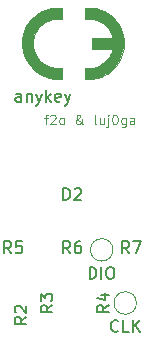
<source format=gto>
%TF.GenerationSoftware,KiCad,Pcbnew,5.1.6*%
%TF.CreationDate,2020-10-25T22:33:59+01:00*%
%TF.ProjectId,anykey,616e796b-6579-42e6-9b69-6361645f7063,rev?*%
%TF.SameCoordinates,Original*%
%TF.FileFunction,Legend,Top*%
%TF.FilePolarity,Positive*%
%FSLAX46Y46*%
G04 Gerber Fmt 4.6, Leading zero omitted, Abs format (unit mm)*
G04 Created by KiCad (PCBNEW 5.1.6) date 2020-10-25 22:33:59*
%MOMM*%
%LPD*%
G01*
G04 APERTURE LIST*
%ADD10C,0.120000*%
%ADD11C,0.150000*%
%ADD12C,0.010000*%
%ADD13C,1.600000*%
%ADD14C,4.100000*%
%ADD15C,2.300000*%
%ADD16R,1.100000X7.510000*%
%ADD17R,1.100000X6.510000*%
%ADD18R,0.700000X0.500000*%
G04 APERTURE END LIST*
D10*
X147633333Y-68328571D02*
X147938095Y-68328571D01*
X147747619Y-68861904D02*
X147747619Y-68176190D01*
X147785714Y-68100000D01*
X147861904Y-68061904D01*
X147938095Y-68061904D01*
X148166666Y-68138095D02*
X148204761Y-68100000D01*
X148280952Y-68061904D01*
X148471428Y-68061904D01*
X148547619Y-68100000D01*
X148585714Y-68138095D01*
X148623809Y-68214285D01*
X148623809Y-68290476D01*
X148585714Y-68404761D01*
X148128571Y-68861904D01*
X148623809Y-68861904D01*
X149080952Y-68861904D02*
X149004761Y-68823809D01*
X148966666Y-68785714D01*
X148928571Y-68709523D01*
X148928571Y-68480952D01*
X148966666Y-68404761D01*
X149004761Y-68366666D01*
X149080952Y-68328571D01*
X149195238Y-68328571D01*
X149271428Y-68366666D01*
X149309523Y-68404761D01*
X149347619Y-68480952D01*
X149347619Y-68709523D01*
X149309523Y-68785714D01*
X149271428Y-68823809D01*
X149195238Y-68861904D01*
X149080952Y-68861904D01*
X150947619Y-68861904D02*
X150909523Y-68861904D01*
X150833333Y-68823809D01*
X150719047Y-68709523D01*
X150528571Y-68480952D01*
X150452380Y-68366666D01*
X150414285Y-68252380D01*
X150414285Y-68176190D01*
X150452380Y-68100000D01*
X150528571Y-68061904D01*
X150566666Y-68061904D01*
X150642857Y-68100000D01*
X150680952Y-68176190D01*
X150680952Y-68214285D01*
X150642857Y-68290476D01*
X150604761Y-68328571D01*
X150376190Y-68480952D01*
X150338095Y-68519047D01*
X150300000Y-68595238D01*
X150300000Y-68709523D01*
X150338095Y-68785714D01*
X150376190Y-68823809D01*
X150452380Y-68861904D01*
X150566666Y-68861904D01*
X150642857Y-68823809D01*
X150680952Y-68785714D01*
X150795238Y-68633333D01*
X150833333Y-68519047D01*
X150833333Y-68442857D01*
X152014285Y-68861904D02*
X151938095Y-68823809D01*
X151900000Y-68747619D01*
X151900000Y-68061904D01*
X152661904Y-68328571D02*
X152661904Y-68861904D01*
X152319047Y-68328571D02*
X152319047Y-68747619D01*
X152357142Y-68823809D01*
X152433333Y-68861904D01*
X152547619Y-68861904D01*
X152623809Y-68823809D01*
X152661904Y-68785714D01*
X153042857Y-68328571D02*
X153042857Y-69014285D01*
X153004761Y-69090476D01*
X152928571Y-69128571D01*
X152890476Y-69128571D01*
X153042857Y-68061904D02*
X153004761Y-68100000D01*
X153042857Y-68138095D01*
X153080952Y-68100000D01*
X153042857Y-68061904D01*
X153042857Y-68138095D01*
X153576190Y-68061904D02*
X153652380Y-68061904D01*
X153728571Y-68100000D01*
X153766666Y-68138095D01*
X153804761Y-68214285D01*
X153842857Y-68366666D01*
X153842857Y-68557142D01*
X153804761Y-68709523D01*
X153766666Y-68785714D01*
X153728571Y-68823809D01*
X153652380Y-68861904D01*
X153576190Y-68861904D01*
X153500000Y-68823809D01*
X153461904Y-68785714D01*
X153423809Y-68709523D01*
X153385714Y-68557142D01*
X153385714Y-68366666D01*
X153423809Y-68214285D01*
X153461904Y-68138095D01*
X153500000Y-68100000D01*
X153576190Y-68061904D01*
X154528571Y-68328571D02*
X154528571Y-68976190D01*
X154490476Y-69052380D01*
X154452380Y-69090476D01*
X154376190Y-69128571D01*
X154261904Y-69128571D01*
X154185714Y-69090476D01*
X154528571Y-68823809D02*
X154452380Y-68861904D01*
X154300000Y-68861904D01*
X154223809Y-68823809D01*
X154185714Y-68785714D01*
X154147619Y-68709523D01*
X154147619Y-68480952D01*
X154185714Y-68404761D01*
X154223809Y-68366666D01*
X154300000Y-68328571D01*
X154452380Y-68328571D01*
X154528571Y-68366666D01*
X155252380Y-68861904D02*
X155252380Y-68442857D01*
X155214285Y-68366666D01*
X155138095Y-68328571D01*
X154985714Y-68328571D01*
X154909523Y-68366666D01*
X155252380Y-68823809D02*
X155176190Y-68861904D01*
X154985714Y-68861904D01*
X154909523Y-68823809D01*
X154871428Y-68747619D01*
X154871428Y-68671428D01*
X154909523Y-68595238D01*
X154985714Y-68557142D01*
X155176190Y-68557142D01*
X155252380Y-68519047D01*
D11*
X145666666Y-66952380D02*
X145666666Y-66428571D01*
X145619047Y-66333333D01*
X145523809Y-66285714D01*
X145333333Y-66285714D01*
X145238095Y-66333333D01*
X145666666Y-66904761D02*
X145571428Y-66952380D01*
X145333333Y-66952380D01*
X145238095Y-66904761D01*
X145190476Y-66809523D01*
X145190476Y-66714285D01*
X145238095Y-66619047D01*
X145333333Y-66571428D01*
X145571428Y-66571428D01*
X145666666Y-66523809D01*
X146142857Y-66285714D02*
X146142857Y-66952380D01*
X146142857Y-66380952D02*
X146190476Y-66333333D01*
X146285714Y-66285714D01*
X146428571Y-66285714D01*
X146523809Y-66333333D01*
X146571428Y-66428571D01*
X146571428Y-66952380D01*
X146952380Y-66285714D02*
X147190476Y-66952380D01*
X147428571Y-66285714D02*
X147190476Y-66952380D01*
X147095238Y-67190476D01*
X147047619Y-67238095D01*
X146952380Y-67285714D01*
X147809523Y-66952380D02*
X147809523Y-65952380D01*
X147904761Y-66571428D02*
X148190476Y-66952380D01*
X148190476Y-66285714D02*
X147809523Y-66666666D01*
X149000000Y-66904761D02*
X148904761Y-66952380D01*
X148714285Y-66952380D01*
X148619047Y-66904761D01*
X148571428Y-66809523D01*
X148571428Y-66428571D01*
X148619047Y-66333333D01*
X148714285Y-66285714D01*
X148904761Y-66285714D01*
X149000000Y-66333333D01*
X149047619Y-66428571D01*
X149047619Y-66523809D01*
X148571428Y-66619047D01*
X149380952Y-66285714D02*
X149619047Y-66952380D01*
X149857142Y-66285714D02*
X149619047Y-66952380D01*
X149523809Y-67190476D01*
X149476190Y-67238095D01*
X149380952Y-67285714D01*
X153904761Y-86357142D02*
X153857142Y-86404761D01*
X153714285Y-86452380D01*
X153619047Y-86452380D01*
X153476190Y-86404761D01*
X153380952Y-86309523D01*
X153333333Y-86214285D01*
X153285714Y-86023809D01*
X153285714Y-85880952D01*
X153333333Y-85690476D01*
X153380952Y-85595238D01*
X153476190Y-85500000D01*
X153619047Y-85452380D01*
X153714285Y-85452380D01*
X153857142Y-85500000D01*
X153904761Y-85547619D01*
X154809523Y-86452380D02*
X154333333Y-86452380D01*
X154333333Y-85452380D01*
X155142857Y-86452380D02*
X155142857Y-85452380D01*
X155714285Y-86452380D02*
X155285714Y-85880952D01*
X155714285Y-85452380D02*
X155142857Y-86023809D01*
X151476190Y-81952380D02*
X151476190Y-80952380D01*
X151714285Y-80952380D01*
X151857142Y-81000000D01*
X151952380Y-81095238D01*
X152000000Y-81190476D01*
X152047619Y-81380952D01*
X152047619Y-81523809D01*
X152000000Y-81714285D01*
X151952380Y-81809523D01*
X151857142Y-81904761D01*
X151714285Y-81952380D01*
X151476190Y-81952380D01*
X152476190Y-81952380D02*
X152476190Y-80952380D01*
X153142857Y-80952380D02*
X153333333Y-80952380D01*
X153428571Y-81000000D01*
X153523809Y-81095238D01*
X153571428Y-81285714D01*
X153571428Y-81619047D01*
X153523809Y-81809523D01*
X153428571Y-81904761D01*
X153333333Y-81952380D01*
X153142857Y-81952380D01*
X153047619Y-81904761D01*
X152952380Y-81809523D01*
X152904761Y-81619047D01*
X152904761Y-81285714D01*
X152952380Y-81095238D01*
X153047619Y-81000000D01*
X153142857Y-80952380D01*
D12*
%TO.C,C3*%
G36*
X151061335Y-59916406D02*
G01*
X151355685Y-59916695D01*
X151457660Y-59917120D01*
X151538315Y-59918408D01*
X151602782Y-59920914D01*
X151656194Y-59924996D01*
X151703682Y-59931008D01*
X151750381Y-59939308D01*
X151784281Y-59946436D01*
X152014121Y-60009754D01*
X152233438Y-60096012D01*
X152440469Y-60204009D01*
X152633450Y-60332544D01*
X152810621Y-60480418D01*
X152970217Y-60646430D01*
X153110477Y-60829379D01*
X153135116Y-60866449D01*
X153186914Y-60953402D01*
X153239815Y-61054820D01*
X153290834Y-61163866D01*
X153336988Y-61273702D01*
X153375295Y-61377488D01*
X153402772Y-61468388D01*
X153408866Y-61493984D01*
X153418231Y-61536979D01*
X151656649Y-61536979D01*
X151656649Y-62476250D01*
X153418231Y-62476250D01*
X153408866Y-62519244D01*
X153383806Y-62610611D01*
X153346318Y-62716469D01*
X153299485Y-62829878D01*
X153246388Y-62943892D01*
X153190110Y-63051569D01*
X153133734Y-63145967D01*
X153124278Y-63160319D01*
X152980536Y-63351791D01*
X152819337Y-63523630D01*
X152641680Y-63675163D01*
X152448561Y-63805719D01*
X152240979Y-63914624D01*
X152019932Y-64001206D01*
X151786415Y-64064794D01*
X151780714Y-64066021D01*
X151728132Y-64076622D01*
X151679712Y-64084513D01*
X151630061Y-64090078D01*
X151573789Y-64093702D01*
X151505502Y-64095769D01*
X151419811Y-64096664D01*
X151349071Y-64096799D01*
X151061337Y-64096776D01*
X151061337Y-65029479D01*
X151349071Y-65027762D01*
X151441046Y-65026709D01*
X151530779Y-65024766D01*
X151612512Y-65022126D01*
X151680491Y-65018981D01*
X151728959Y-65015526D01*
X151736024Y-65014789D01*
X151961433Y-64978594D01*
X152193284Y-64921376D01*
X152425245Y-64845284D01*
X152650985Y-64752465D01*
X152864171Y-64645068D01*
X152919973Y-64613135D01*
X153083514Y-64507667D01*
X153249456Y-64383545D01*
X153411243Y-64246431D01*
X153562320Y-64101982D01*
X153696130Y-63955859D01*
X153732677Y-63911607D01*
X153893997Y-63690012D01*
X154035322Y-63452378D01*
X154155645Y-63201089D01*
X154253959Y-62938532D01*
X154329258Y-62667092D01*
X154380535Y-62389155D01*
X154383080Y-62370416D01*
X154390029Y-62298751D01*
X154394962Y-62208046D01*
X154397878Y-62104923D01*
X154398775Y-61996009D01*
X154397651Y-61887925D01*
X154394504Y-61787298D01*
X154389332Y-61700752D01*
X154383287Y-61642812D01*
X154331331Y-61357894D01*
X154256101Y-61082354D01*
X154158279Y-60817809D01*
X154038549Y-60565877D01*
X153897594Y-60328177D01*
X153736097Y-60106325D01*
X153732677Y-60102079D01*
X153552390Y-59899121D01*
X153353248Y-59712656D01*
X153137697Y-59544214D01*
X152908185Y-59395325D01*
X152667161Y-59267517D01*
X152417070Y-59162322D01*
X152160361Y-59081267D01*
X152060051Y-59056769D01*
X151936140Y-59030938D01*
X151820970Y-59011592D01*
X151707150Y-58997981D01*
X151587285Y-58989356D01*
X151453983Y-58984968D01*
X151342457Y-58984008D01*
X151061337Y-58983750D01*
X151061335Y-59916406D01*
G37*
X151061335Y-59916406D02*
X151355685Y-59916695D01*
X151457660Y-59917120D01*
X151538315Y-59918408D01*
X151602782Y-59920914D01*
X151656194Y-59924996D01*
X151703682Y-59931008D01*
X151750381Y-59939308D01*
X151784281Y-59946436D01*
X152014121Y-60009754D01*
X152233438Y-60096012D01*
X152440469Y-60204009D01*
X152633450Y-60332544D01*
X152810621Y-60480418D01*
X152970217Y-60646430D01*
X153110477Y-60829379D01*
X153135116Y-60866449D01*
X153186914Y-60953402D01*
X153239815Y-61054820D01*
X153290834Y-61163866D01*
X153336988Y-61273702D01*
X153375295Y-61377488D01*
X153402772Y-61468388D01*
X153408866Y-61493984D01*
X153418231Y-61536979D01*
X151656649Y-61536979D01*
X151656649Y-62476250D01*
X153418231Y-62476250D01*
X153408866Y-62519244D01*
X153383806Y-62610611D01*
X153346318Y-62716469D01*
X153299485Y-62829878D01*
X153246388Y-62943892D01*
X153190110Y-63051569D01*
X153133734Y-63145967D01*
X153124278Y-63160319D01*
X152980536Y-63351791D01*
X152819337Y-63523630D01*
X152641680Y-63675163D01*
X152448561Y-63805719D01*
X152240979Y-63914624D01*
X152019932Y-64001206D01*
X151786415Y-64064794D01*
X151780714Y-64066021D01*
X151728132Y-64076622D01*
X151679712Y-64084513D01*
X151630061Y-64090078D01*
X151573789Y-64093702D01*
X151505502Y-64095769D01*
X151419811Y-64096664D01*
X151349071Y-64096799D01*
X151061337Y-64096776D01*
X151061337Y-65029479D01*
X151349071Y-65027762D01*
X151441046Y-65026709D01*
X151530779Y-65024766D01*
X151612512Y-65022126D01*
X151680491Y-65018981D01*
X151728959Y-65015526D01*
X151736024Y-65014789D01*
X151961433Y-64978594D01*
X152193284Y-64921376D01*
X152425245Y-64845284D01*
X152650985Y-64752465D01*
X152864171Y-64645068D01*
X152919973Y-64613135D01*
X153083514Y-64507667D01*
X153249456Y-64383545D01*
X153411243Y-64246431D01*
X153562320Y-64101982D01*
X153696130Y-63955859D01*
X153732677Y-63911607D01*
X153893997Y-63690012D01*
X154035322Y-63452378D01*
X154155645Y-63201089D01*
X154253959Y-62938532D01*
X154329258Y-62667092D01*
X154380535Y-62389155D01*
X154383080Y-62370416D01*
X154390029Y-62298751D01*
X154394962Y-62208046D01*
X154397878Y-62104923D01*
X154398775Y-61996009D01*
X154397651Y-61887925D01*
X154394504Y-61787298D01*
X154389332Y-61700752D01*
X154383287Y-61642812D01*
X154331331Y-61357894D01*
X154256101Y-61082354D01*
X154158279Y-60817809D01*
X154038549Y-60565877D01*
X153897594Y-60328177D01*
X153736097Y-60106325D01*
X153732677Y-60102079D01*
X153552390Y-59899121D01*
X153353248Y-59712656D01*
X153137697Y-59544214D01*
X152908185Y-59395325D01*
X152667161Y-59267517D01*
X152417070Y-59162322D01*
X152160361Y-59081267D01*
X152060051Y-59056769D01*
X151936140Y-59030938D01*
X151820970Y-59011592D01*
X151707150Y-58997981D01*
X151587285Y-58989356D01*
X151453983Y-58984968D01*
X151342457Y-58984008D01*
X151061337Y-58983750D01*
X151061335Y-59916406D01*
G36*
X148939187Y-58984315D02*
G01*
X149003670Y-58985975D01*
X149050303Y-58988945D01*
X149070651Y-58992088D01*
X149100417Y-59000065D01*
X149100417Y-59920530D01*
X148890881Y-59913259D01*
X148681047Y-59913523D01*
X148486859Y-59930382D01*
X148302420Y-59965075D01*
X148121832Y-60018839D01*
X147939197Y-60092911D01*
X147863489Y-60128879D01*
X147682938Y-60227977D01*
X147520298Y-60339326D01*
X147367901Y-60468408D01*
X147308622Y-60525705D01*
X147151985Y-60700861D01*
X147016473Y-60891520D01*
X146902766Y-61096394D01*
X146811544Y-61314193D01*
X146743485Y-61543629D01*
X146723326Y-61636197D01*
X146711177Y-61720244D01*
X146703066Y-61823234D01*
X146698985Y-61937965D01*
X146698926Y-62057234D01*
X146702884Y-62173837D01*
X146710851Y-62280571D01*
X146722819Y-62370233D01*
X146724057Y-62377031D01*
X146779911Y-62605759D01*
X146859299Y-62823965D01*
X146960931Y-63030177D01*
X147083522Y-63222928D01*
X147225781Y-63400748D01*
X147386421Y-63562168D01*
X147564155Y-63705719D01*
X147757693Y-63829931D01*
X147965748Y-63933336D01*
X148149237Y-64002535D01*
X148252377Y-64034118D01*
X148347107Y-64058129D01*
X148439870Y-64075463D01*
X148537106Y-64087016D01*
X148645258Y-64093680D01*
X148770767Y-64096352D01*
X148825911Y-64096504D01*
X149100417Y-64096186D01*
X149100417Y-65013164D01*
X149070651Y-65021141D01*
X149045251Y-65024138D01*
X148998256Y-65026203D01*
X148934510Y-65027382D01*
X148858858Y-65027723D01*
X148776146Y-65027274D01*
X148691217Y-65026083D01*
X148608917Y-65024197D01*
X148534091Y-65021663D01*
X148471583Y-65018531D01*
X148426238Y-65014847D01*
X148425729Y-65014789D01*
X148312729Y-64998341D01*
X148185128Y-64973706D01*
X148052662Y-64943083D01*
X147925066Y-64908667D01*
X147843984Y-64883536D01*
X147579447Y-64782498D01*
X147328723Y-64659513D01*
X147092805Y-64515777D01*
X146872680Y-64352487D01*
X146669340Y-64170838D01*
X146483773Y-63972026D01*
X146316970Y-63757247D01*
X146169921Y-63527698D01*
X146043615Y-63284573D01*
X145939042Y-63029070D01*
X145857192Y-62762383D01*
X145799055Y-62485709D01*
X145785838Y-62396875D01*
X145777382Y-62312107D01*
X145771563Y-62208118D01*
X145768382Y-62092009D01*
X145767839Y-61970887D01*
X145769934Y-61851854D01*
X145774666Y-61742014D01*
X145782037Y-61648472D01*
X145785838Y-61616354D01*
X145836759Y-61333706D01*
X145912205Y-61060614D01*
X146011919Y-60797714D01*
X146135646Y-60545637D01*
X146283128Y-60305017D01*
X146361952Y-60194218D01*
X146540230Y-59976723D01*
X146736233Y-59778344D01*
X146948598Y-59599882D01*
X147175959Y-59442133D01*
X147416953Y-59305897D01*
X147670213Y-59191971D01*
X147934377Y-59101153D01*
X148208079Y-59034241D01*
X148398880Y-59002813D01*
X148451354Y-58997490D01*
X148520218Y-58992930D01*
X148600581Y-58989212D01*
X148687550Y-58986413D01*
X148776236Y-58984612D01*
X148861745Y-58983887D01*
X148939187Y-58984315D01*
G37*
X148939187Y-58984315D02*
X149003670Y-58985975D01*
X149050303Y-58988945D01*
X149070651Y-58992088D01*
X149100417Y-59000065D01*
X149100417Y-59920530D01*
X148890881Y-59913259D01*
X148681047Y-59913523D01*
X148486859Y-59930382D01*
X148302420Y-59965075D01*
X148121832Y-60018839D01*
X147939197Y-60092911D01*
X147863489Y-60128879D01*
X147682938Y-60227977D01*
X147520298Y-60339326D01*
X147367901Y-60468408D01*
X147308622Y-60525705D01*
X147151985Y-60700861D01*
X147016473Y-60891520D01*
X146902766Y-61096394D01*
X146811544Y-61314193D01*
X146743485Y-61543629D01*
X146723326Y-61636197D01*
X146711177Y-61720244D01*
X146703066Y-61823234D01*
X146698985Y-61937965D01*
X146698926Y-62057234D01*
X146702884Y-62173837D01*
X146710851Y-62280571D01*
X146722819Y-62370233D01*
X146724057Y-62377031D01*
X146779911Y-62605759D01*
X146859299Y-62823965D01*
X146960931Y-63030177D01*
X147083522Y-63222928D01*
X147225781Y-63400748D01*
X147386421Y-63562168D01*
X147564155Y-63705719D01*
X147757693Y-63829931D01*
X147965748Y-63933336D01*
X148149237Y-64002535D01*
X148252377Y-64034118D01*
X148347107Y-64058129D01*
X148439870Y-64075463D01*
X148537106Y-64087016D01*
X148645258Y-64093680D01*
X148770767Y-64096352D01*
X148825911Y-64096504D01*
X149100417Y-64096186D01*
X149100417Y-65013164D01*
X149070651Y-65021141D01*
X149045251Y-65024138D01*
X148998256Y-65026203D01*
X148934510Y-65027382D01*
X148858858Y-65027723D01*
X148776146Y-65027274D01*
X148691217Y-65026083D01*
X148608917Y-65024197D01*
X148534091Y-65021663D01*
X148471583Y-65018531D01*
X148426238Y-65014847D01*
X148425729Y-65014789D01*
X148312729Y-64998341D01*
X148185128Y-64973706D01*
X148052662Y-64943083D01*
X147925066Y-64908667D01*
X147843984Y-64883536D01*
X147579447Y-64782498D01*
X147328723Y-64659513D01*
X147092805Y-64515777D01*
X146872680Y-64352487D01*
X146669340Y-64170838D01*
X146483773Y-63972026D01*
X146316970Y-63757247D01*
X146169921Y-63527698D01*
X146043615Y-63284573D01*
X145939042Y-63029070D01*
X145857192Y-62762383D01*
X145799055Y-62485709D01*
X145785838Y-62396875D01*
X145777382Y-62312107D01*
X145771563Y-62208118D01*
X145768382Y-62092009D01*
X145767839Y-61970887D01*
X145769934Y-61851854D01*
X145774666Y-61742014D01*
X145782037Y-61648472D01*
X145785838Y-61616354D01*
X145836759Y-61333706D01*
X145912205Y-61060614D01*
X146011919Y-60797714D01*
X146135646Y-60545637D01*
X146283128Y-60305017D01*
X146361952Y-60194218D01*
X146540230Y-59976723D01*
X146736233Y-59778344D01*
X146948598Y-59599882D01*
X147175959Y-59442133D01*
X147416953Y-59305897D01*
X147670213Y-59191971D01*
X147934377Y-59101153D01*
X148208079Y-59034241D01*
X148398880Y-59002813D01*
X148451354Y-58997490D01*
X148520218Y-58992930D01*
X148600581Y-58989212D01*
X148687550Y-58986413D01*
X148776236Y-58984612D01*
X148861745Y-58983887D01*
X148939187Y-58984315D01*
D10*
%TO.C,TP2*%
X155450000Y-84000000D02*
G75*
G03*
X155450000Y-84000000I-950000J0D01*
G01*
%TO.C,TP1*%
X153450000Y-79500000D02*
G75*
G03*
X153450000Y-79500000I-950000J0D01*
G01*
%TO.C,R7*%
D11*
X154833333Y-79782380D02*
X154500000Y-79306190D01*
X154261904Y-79782380D02*
X154261904Y-78782380D01*
X154642857Y-78782380D01*
X154738095Y-78830000D01*
X154785714Y-78877619D01*
X154833333Y-78972857D01*
X154833333Y-79115714D01*
X154785714Y-79210952D01*
X154738095Y-79258571D01*
X154642857Y-79306190D01*
X154261904Y-79306190D01*
X155166666Y-78782380D02*
X155833333Y-78782380D01*
X155404761Y-79782380D01*
%TO.C,R6*%
X149833333Y-79782380D02*
X149500000Y-79306190D01*
X149261904Y-79782380D02*
X149261904Y-78782380D01*
X149642857Y-78782380D01*
X149738095Y-78830000D01*
X149785714Y-78877619D01*
X149833333Y-78972857D01*
X149833333Y-79115714D01*
X149785714Y-79210952D01*
X149738095Y-79258571D01*
X149642857Y-79306190D01*
X149261904Y-79306190D01*
X150690476Y-78782380D02*
X150500000Y-78782380D01*
X150404761Y-78830000D01*
X150357142Y-78877619D01*
X150261904Y-79020476D01*
X150214285Y-79210952D01*
X150214285Y-79591904D01*
X150261904Y-79687142D01*
X150309523Y-79734761D01*
X150404761Y-79782380D01*
X150595238Y-79782380D01*
X150690476Y-79734761D01*
X150738095Y-79687142D01*
X150785714Y-79591904D01*
X150785714Y-79353809D01*
X150738095Y-79258571D01*
X150690476Y-79210952D01*
X150595238Y-79163333D01*
X150404761Y-79163333D01*
X150309523Y-79210952D01*
X150261904Y-79258571D01*
X150214285Y-79353809D01*
%TO.C,R5*%
X144833333Y-79782380D02*
X144500000Y-79306190D01*
X144261904Y-79782380D02*
X144261904Y-78782380D01*
X144642857Y-78782380D01*
X144738095Y-78830000D01*
X144785714Y-78877619D01*
X144833333Y-78972857D01*
X144833333Y-79115714D01*
X144785714Y-79210952D01*
X144738095Y-79258571D01*
X144642857Y-79306190D01*
X144261904Y-79306190D01*
X145738095Y-78782380D02*
X145261904Y-78782380D01*
X145214285Y-79258571D01*
X145261904Y-79210952D01*
X145357142Y-79163333D01*
X145595238Y-79163333D01*
X145690476Y-79210952D01*
X145738095Y-79258571D01*
X145785714Y-79353809D01*
X145785714Y-79591904D01*
X145738095Y-79687142D01*
X145690476Y-79734761D01*
X145595238Y-79782380D01*
X145357142Y-79782380D01*
X145261904Y-79734761D01*
X145214285Y-79687142D01*
%TO.C,R4*%
X153122380Y-84166666D02*
X152646190Y-84500000D01*
X153122380Y-84738095D02*
X152122380Y-84738095D01*
X152122380Y-84357142D01*
X152170000Y-84261904D01*
X152217619Y-84214285D01*
X152312857Y-84166666D01*
X152455714Y-84166666D01*
X152550952Y-84214285D01*
X152598571Y-84261904D01*
X152646190Y-84357142D01*
X152646190Y-84738095D01*
X152455714Y-83309523D02*
X153122380Y-83309523D01*
X152074761Y-83547619D02*
X152789047Y-83785714D01*
X152789047Y-83166666D01*
%TO.C,R3*%
X148322380Y-84166666D02*
X147846190Y-84500000D01*
X148322380Y-84738095D02*
X147322380Y-84738095D01*
X147322380Y-84357142D01*
X147370000Y-84261904D01*
X147417619Y-84214285D01*
X147512857Y-84166666D01*
X147655714Y-84166666D01*
X147750952Y-84214285D01*
X147798571Y-84261904D01*
X147846190Y-84357142D01*
X147846190Y-84738095D01*
X147322380Y-83833333D02*
X147322380Y-83214285D01*
X147703333Y-83547619D01*
X147703333Y-83404761D01*
X147750952Y-83309523D01*
X147798571Y-83261904D01*
X147893809Y-83214285D01*
X148131904Y-83214285D01*
X148227142Y-83261904D01*
X148274761Y-83309523D01*
X148322380Y-83404761D01*
X148322380Y-83690476D01*
X148274761Y-83785714D01*
X148227142Y-83833333D01*
%TO.C,R2*%
X146122380Y-85166666D02*
X145646190Y-85500000D01*
X146122380Y-85738095D02*
X145122380Y-85738095D01*
X145122380Y-85357142D01*
X145170000Y-85261904D01*
X145217619Y-85214285D01*
X145312857Y-85166666D01*
X145455714Y-85166666D01*
X145550952Y-85214285D01*
X145598571Y-85261904D01*
X145646190Y-85357142D01*
X145646190Y-85738095D01*
X145217619Y-84785714D02*
X145170000Y-84738095D01*
X145122380Y-84642857D01*
X145122380Y-84404761D01*
X145170000Y-84309523D01*
X145217619Y-84261904D01*
X145312857Y-84214285D01*
X145408095Y-84214285D01*
X145550952Y-84261904D01*
X146122380Y-84833333D01*
X146122380Y-84214285D01*
%TO.C,D2*%
X149261904Y-75282380D02*
X149261904Y-74282380D01*
X149500000Y-74282380D01*
X149642857Y-74330000D01*
X149738095Y-74425238D01*
X149785714Y-74520476D01*
X149833333Y-74710952D01*
X149833333Y-74853809D01*
X149785714Y-75044285D01*
X149738095Y-75139523D01*
X149642857Y-75234761D01*
X149500000Y-75282380D01*
X149261904Y-75282380D01*
X150214285Y-74377619D02*
X150261904Y-74330000D01*
X150357142Y-74282380D01*
X150595238Y-74282380D01*
X150690476Y-74330000D01*
X150738095Y-74377619D01*
X150785714Y-74472857D01*
X150785714Y-74568095D01*
X150738095Y-74710952D01*
X150166666Y-75282380D01*
X150785714Y-75282380D01*
%TD*%
%LPC*%
D13*
%TO.C,TP2*%
X154500000Y-84000000D03*
%TD*%
%TO.C,TP1*%
X152500000Y-79500000D03*
%TD*%
D14*
%TO.C,SW1*%
X150000000Y-71500000D03*
D15*
X146190000Y-68960000D03*
X152540000Y-66420000D03*
%TD*%
%TO.C,R7*%
G36*
G01*
X155140000Y-80697500D02*
X155140000Y-80302500D01*
G75*
G02*
X155312500Y-80130000I172500J0D01*
G01*
X155657500Y-80130000D01*
G75*
G02*
X155830000Y-80302500I0J-172500D01*
G01*
X155830000Y-80697500D01*
G75*
G02*
X155657500Y-80870000I-172500J0D01*
G01*
X155312500Y-80870000D01*
G75*
G02*
X155140000Y-80697500I0J172500D01*
G01*
G37*
G36*
G01*
X154170000Y-80697500D02*
X154170000Y-80302500D01*
G75*
G02*
X154342500Y-80130000I172500J0D01*
G01*
X154687500Y-80130000D01*
G75*
G02*
X154860000Y-80302500I0J-172500D01*
G01*
X154860000Y-80697500D01*
G75*
G02*
X154687500Y-80870000I-172500J0D01*
G01*
X154342500Y-80870000D01*
G75*
G02*
X154170000Y-80697500I0J172500D01*
G01*
G37*
%TD*%
%TO.C,R6*%
G36*
G01*
X150140000Y-80697500D02*
X150140000Y-80302500D01*
G75*
G02*
X150312500Y-80130000I172500J0D01*
G01*
X150657500Y-80130000D01*
G75*
G02*
X150830000Y-80302500I0J-172500D01*
G01*
X150830000Y-80697500D01*
G75*
G02*
X150657500Y-80870000I-172500J0D01*
G01*
X150312500Y-80870000D01*
G75*
G02*
X150140000Y-80697500I0J172500D01*
G01*
G37*
G36*
G01*
X149170000Y-80697500D02*
X149170000Y-80302500D01*
G75*
G02*
X149342500Y-80130000I172500J0D01*
G01*
X149687500Y-80130000D01*
G75*
G02*
X149860000Y-80302500I0J-172500D01*
G01*
X149860000Y-80697500D01*
G75*
G02*
X149687500Y-80870000I-172500J0D01*
G01*
X149342500Y-80870000D01*
G75*
G02*
X149170000Y-80697500I0J172500D01*
G01*
G37*
%TD*%
%TO.C,R5*%
G36*
G01*
X144170000Y-80697500D02*
X144170000Y-80302500D01*
G75*
G02*
X144342500Y-80130000I172500J0D01*
G01*
X144687500Y-80130000D01*
G75*
G02*
X144860000Y-80302500I0J-172500D01*
G01*
X144860000Y-80697500D01*
G75*
G02*
X144687500Y-80870000I-172500J0D01*
G01*
X144342500Y-80870000D01*
G75*
G02*
X144170000Y-80697500I0J172500D01*
G01*
G37*
G36*
G01*
X145140000Y-80697500D02*
X145140000Y-80302500D01*
G75*
G02*
X145312500Y-80130000I172500J0D01*
G01*
X145657500Y-80130000D01*
G75*
G02*
X145830000Y-80302500I0J-172500D01*
G01*
X145830000Y-80697500D01*
G75*
G02*
X145657500Y-80870000I-172500J0D01*
G01*
X145312500Y-80870000D01*
G75*
G02*
X145140000Y-80697500I0J172500D01*
G01*
G37*
%TD*%
%TO.C,R4*%
G36*
G01*
X151302500Y-84140000D02*
X151697500Y-84140000D01*
G75*
G02*
X151870000Y-84312500I0J-172500D01*
G01*
X151870000Y-84657500D01*
G75*
G02*
X151697500Y-84830000I-172500J0D01*
G01*
X151302500Y-84830000D01*
G75*
G02*
X151130000Y-84657500I0J172500D01*
G01*
X151130000Y-84312500D01*
G75*
G02*
X151302500Y-84140000I172500J0D01*
G01*
G37*
G36*
G01*
X151302500Y-83170000D02*
X151697500Y-83170000D01*
G75*
G02*
X151870000Y-83342500I0J-172500D01*
G01*
X151870000Y-83687500D01*
G75*
G02*
X151697500Y-83860000I-172500J0D01*
G01*
X151302500Y-83860000D01*
G75*
G02*
X151130000Y-83687500I0J172500D01*
G01*
X151130000Y-83342500D01*
G75*
G02*
X151302500Y-83170000I172500J0D01*
G01*
G37*
%TD*%
%TO.C,R3*%
G36*
G01*
X146502500Y-84140000D02*
X146897500Y-84140000D01*
G75*
G02*
X147070000Y-84312500I0J-172500D01*
G01*
X147070000Y-84657500D01*
G75*
G02*
X146897500Y-84830000I-172500J0D01*
G01*
X146502500Y-84830000D01*
G75*
G02*
X146330000Y-84657500I0J172500D01*
G01*
X146330000Y-84312500D01*
G75*
G02*
X146502500Y-84140000I172500J0D01*
G01*
G37*
G36*
G01*
X146502500Y-83170000D02*
X146897500Y-83170000D01*
G75*
G02*
X147070000Y-83342500I0J-172500D01*
G01*
X147070000Y-83687500D01*
G75*
G02*
X146897500Y-83860000I-172500J0D01*
G01*
X146502500Y-83860000D01*
G75*
G02*
X146330000Y-83687500I0J172500D01*
G01*
X146330000Y-83342500D01*
G75*
G02*
X146502500Y-83170000I172500J0D01*
G01*
G37*
%TD*%
%TO.C,R2*%
G36*
G01*
X144302500Y-85140000D02*
X144697500Y-85140000D01*
G75*
G02*
X144870000Y-85312500I0J-172500D01*
G01*
X144870000Y-85657500D01*
G75*
G02*
X144697500Y-85830000I-172500J0D01*
G01*
X144302500Y-85830000D01*
G75*
G02*
X144130000Y-85657500I0J172500D01*
G01*
X144130000Y-85312500D01*
G75*
G02*
X144302500Y-85140000I172500J0D01*
G01*
G37*
G36*
G01*
X144302500Y-84170000D02*
X144697500Y-84170000D01*
G75*
G02*
X144870000Y-84342500I0J-172500D01*
G01*
X144870000Y-84687500D01*
G75*
G02*
X144697500Y-84860000I-172500J0D01*
G01*
X144302500Y-84860000D01*
G75*
G02*
X144130000Y-84687500I0J172500D01*
G01*
X144130000Y-84342500D01*
G75*
G02*
X144302500Y-84170000I172500J0D01*
G01*
G37*
%TD*%
D16*
%TO.C,J1*%
X146500000Y-54945000D03*
D17*
X149000000Y-55445000D03*
X151000000Y-55445000D03*
D16*
X153500000Y-54945000D03*
%TD*%
D18*
%TO.C,D2*%
X149350000Y-76980000D03*
X150650000Y-76980000D03*
X150650000Y-76180000D03*
X149350000Y-76180000D03*
%TD*%
M02*

</source>
